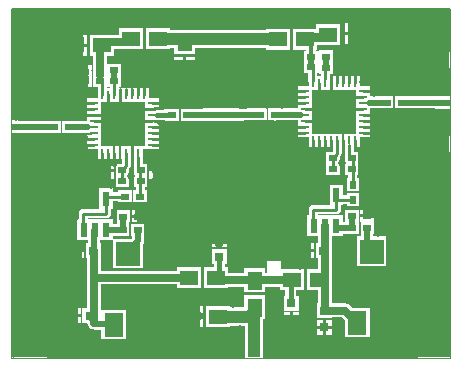
<source format=gtl>
%FSLAX23Y23*%
%MOIN*%
G70*
G01*
G75*
G04 Layer_Physical_Order=1*
G04 Layer_Color=255*
%ADD10R,0.060X0.050*%
%ADD11R,0.050X0.060*%
%ADD12R,0.030X0.030*%
%ADD13R,0.030X0.030*%
%ADD14R,0.025X0.020*%
%ADD15R,0.020X0.025*%
%ADD16R,0.079X0.079*%
%ADD17R,0.063X0.079*%
%ADD18R,0.024X0.048*%
%ADD19R,0.010X0.026*%
%ADD20R,0.026X0.010*%
%ADD21C,0.010*%
%ADD22C,0.012*%
%ADD23C,0.030*%
%ADD24C,0.025*%
%ADD25C,0.015*%
%ADD26C,0.020*%
%ADD27C,0.040*%
%ADD28C,0.008*%
%ADD29R,0.027X0.019*%
%ADD30R,0.074X0.095*%
%ADD31R,0.038X0.045*%
%ADD32R,0.146X0.145*%
%ADD33R,0.024X0.017*%
%ADD34R,0.024X0.022*%
%ADD35R,0.024X0.023*%
%ADD36R,0.024X0.029*%
%ADD37R,0.024X0.027*%
%ADD38R,0.024X0.025*%
%ADD39R,0.046X0.020*%
%ADD40R,0.020X0.020*%
%ADD41R,0.040X0.038*%
%ADD42R,0.165X0.162*%
%ADD43R,0.164X0.175*%
%ADD44R,0.167X0.180*%
%ADD45R,0.163X0.174*%
%ADD46R,0.168X0.178*%
%ADD47R,0.164X0.172*%
%ADD48R,0.165X0.179*%
%ADD49R,0.165X0.164*%
%ADD50R,0.097X0.115*%
%ADD51R,0.092X0.119*%
%ADD52R,0.080X0.082*%
%ADD53R,0.062X0.048*%
%ADD54R,0.049X0.053*%
%ADD55R,0.050X0.047*%
%ADD56R,0.080X0.079*%
%ADD57R,0.048X0.081*%
%ADD58R,0.042X0.082*%
%ADD59R,0.076X0.079*%
%ADD60R,0.050X0.078*%
%ADD61R,0.050X0.082*%
%ADD62R,0.048X0.083*%
%ADD63R,0.050X0.081*%
%ADD64R,0.058X0.074*%
%ADD65R,0.050X0.064*%
%ADD66R,0.059X0.041*%
%ADD67R,0.047X0.058*%
%ADD68R,0.046X0.056*%
%ADD69R,0.050X0.073*%
%ADD70R,0.038X0.035*%
%ADD71R,0.045X0.086*%
%ADD72R,0.036X0.084*%
%ADD73R,0.154X0.057*%
%ADD74R,0.304X0.253*%
%ADD75R,0.097X0.281*%
%ADD76R,0.277X0.129*%
%ADD77R,0.279X0.133*%
%ADD78C,0.002*%
%ADD79C,0.142*%
%ADD80C,0.010*%
%ADD81C,0.025*%
G36*
X1648Y-222D02*
X1641Y-204D01*
X1628Y-187D01*
X1611Y-174D01*
X1591Y-166D01*
X1575Y-164D01*
Y-245D01*
Y-326D01*
X1591Y-324D01*
X1611Y-316D01*
X1628Y-303D01*
X1641Y-286D01*
X1648Y-268D01*
Y-365D01*
X1646Y-364D01*
X1602D01*
X1601Y-365D01*
X1502D01*
X1500Y-365D01*
X1465D01*
Y-405D01*
X1500D01*
X1502Y-405D01*
X1601D01*
X1602Y-406D01*
X1646D01*
X1648Y-405D01*
Y-502D01*
X1641Y-484D01*
X1628Y-467D01*
X1611Y-454D01*
X1591Y-446D01*
X1575Y-444D01*
Y-525D01*
Y-606D01*
X1591Y-604D01*
X1611Y-596D01*
X1628Y-583D01*
X1641Y-566D01*
X1648Y-548D01*
Y-865D01*
X1641Y-847D01*
X1628Y-830D01*
X1611Y-817D01*
X1591Y-809D01*
X1575Y-807D01*
Y-888D01*
Y-969D01*
X1591Y-967D01*
X1611Y-959D01*
X1628Y-946D01*
X1641Y-929D01*
X1648Y-911D01*
Y-1135D01*
X1641Y-1117D01*
X1628Y-1100D01*
X1611Y-1087D01*
X1591Y-1079D01*
X1575Y-1077D01*
Y-1158D01*
X1570D01*
Y-1163D01*
X1489D01*
X1491Y-1179D01*
X1499Y-1199D01*
X1512Y-1216D01*
X1529Y-1229D01*
X1547Y-1236D01*
X1026D01*
X1027Y-1234D01*
Y-1196D01*
X1027Y-1195D01*
Y-1108D01*
X1033D01*
Y-1028D01*
X963D01*
Y-1067D01*
X916D01*
Y-1063D01*
X836D01*
Y-1133D01*
X916D01*
Y-1129D01*
X965D01*
Y-1195D01*
X965Y-1196D01*
Y-1234D01*
X966Y-1236D01*
X300D01*
X308Y-1233D01*
X325Y-1220D01*
X338Y-1203D01*
X346Y-1183D01*
X348Y-1167D01*
X267D01*
Y-1162D01*
X262D01*
Y-1081D01*
X246Y-1083D01*
X226Y-1091D01*
X209Y-1104D01*
X196Y-1121D01*
X190Y-1136D01*
Y-910D01*
X196Y-925D01*
X209Y-942D01*
X226Y-955D01*
X246Y-963D01*
X262Y-965D01*
Y-884D01*
Y-803D01*
X246Y-805D01*
X226Y-813D01*
X209Y-826D01*
X196Y-843D01*
X190Y-858D01*
Y-632D01*
X196Y-647D01*
X209Y-664D01*
X226Y-677D01*
X246Y-685D01*
X262Y-687D01*
Y-606D01*
Y-525D01*
X246Y-527D01*
X226Y-535D01*
X209Y-548D01*
X196Y-565D01*
X190Y-580D01*
Y-486D01*
X191Y-487D01*
X208D01*
X209Y-486D01*
X320D01*
X322Y-486D01*
X352D01*
Y-446D01*
X322D01*
X320Y-446D01*
X209D01*
X208Y-445D01*
X191D01*
X190Y-446D01*
Y-352D01*
X196Y-367D01*
X209Y-384D01*
X226Y-397D01*
X246Y-405D01*
X262Y-407D01*
Y-326D01*
Y-245D01*
X246Y-247D01*
X226Y-255D01*
X209Y-268D01*
X196Y-285D01*
X190Y-300D01*
Y-72D01*
X1648D01*
Y-222D01*
D02*
G37*
%LPC*%
G36*
X875Y-818D02*
X855D01*
Y-838D01*
X875D01*
Y-818D01*
D02*
G37*
G36*
X905Y-848D02*
X885D01*
Y-868D01*
X905D01*
Y-848D01*
D02*
G37*
G36*
X1083Y-650D02*
X1041D01*
X1033Y-653D01*
X1030Y-661D01*
Y-714D01*
X770D01*
X762Y-717D01*
X759Y-725D01*
Y-764D01*
X762Y-772D01*
X770Y-775D01*
X1025D01*
Y-815D01*
X1095D01*
Y-735D01*
X1094D01*
Y-661D01*
X1091Y-653D01*
X1083Y-650D01*
D02*
G37*
G36*
X905Y-818D02*
X885D01*
Y-838D01*
X905D01*
Y-818D01*
D02*
G37*
G36*
X401Y-853D02*
X381D01*
Y-873D01*
X401D01*
Y-853D01*
D02*
G37*
G36*
X1197Y-854D02*
X1177D01*
Y-874D01*
X1197D01*
Y-854D01*
D02*
G37*
G36*
X875Y-848D02*
X855D01*
Y-868D01*
X875D01*
Y-848D01*
D02*
G37*
G36*
X431Y-853D02*
X411D01*
Y-873D01*
X431D01*
Y-853D01*
D02*
G37*
G36*
X1205Y-550D02*
X1188D01*
Y-565D01*
X1205D01*
Y-550D01*
D02*
G37*
G36*
X1232D02*
X1215D01*
Y-565D01*
X1232D01*
Y-550D01*
D02*
G37*
G36*
X1395Y-574D02*
X1349D01*
Y-589D01*
Y-601D01*
X1395D01*
Y-589D01*
Y-574D01*
D02*
G37*
G36*
X933Y-236D02*
X853D01*
Y-306D01*
X856D01*
Y-310D01*
X851D01*
Y-350D01*
X860D01*
Y-356D01*
X840D01*
Y-390D01*
X829D01*
X828Y-390D01*
X806D01*
Y-406D01*
X774D01*
X772Y-406D01*
X752D01*
Y-446D01*
X772D01*
X774Y-446D01*
X806D01*
Y-460D01*
Y-460D01*
X772Y-494D01*
X769Y-499D01*
X768Y-505D01*
Y-549D01*
X763D01*
Y-595D01*
X878D01*
Y-595D01*
X998D01*
Y-550D01*
X993D01*
Y-502D01*
X992Y-496D01*
X989Y-491D01*
X964Y-466D01*
Y-460D01*
Y-445D01*
X1016D01*
X1018Y-445D01*
X1039D01*
Y-405D01*
X1018D01*
X1016Y-405D01*
X964D01*
Y-390D01*
X930D01*
Y-356D01*
X890D01*
Y-351D01*
X904D01*
X906Y-350D01*
X936D01*
Y-310D01*
X906D01*
X904Y-309D01*
X892D01*
Y-306D01*
X933D01*
Y-236D01*
D02*
G37*
G36*
X1565Y-444D02*
X1549Y-446D01*
X1529Y-454D01*
X1512Y-467D01*
X1499Y-484D01*
X1491Y-504D01*
X1489Y-520D01*
X1565D01*
Y-444D01*
D02*
G37*
G36*
X1232Y-575D02*
X1188D01*
Y-590D01*
Y-601D01*
X1232D01*
Y-590D01*
Y-575D01*
D02*
G37*
G36*
X1367Y-549D02*
X1349D01*
Y-564D01*
X1367D01*
Y-549D01*
D02*
G37*
G36*
X1395D02*
X1377D01*
Y-564D01*
X1395D01*
Y-549D01*
D02*
G37*
G36*
X348Y-889D02*
X272D01*
Y-965D01*
X288Y-963D01*
X308Y-955D01*
X325Y-942D01*
X338Y-925D01*
X346Y-905D01*
X348Y-889D01*
D02*
G37*
G36*
X1565Y-893D02*
X1489D01*
X1491Y-909D01*
X1499Y-929D01*
X1512Y-946D01*
X1529Y-959D01*
X1549Y-967D01*
X1565Y-969D01*
Y-893D01*
D02*
G37*
G36*
X609Y-790D02*
X607Y-790D01*
X586D01*
Y-830D01*
X589D01*
Y-837D01*
X586Y-839D01*
X526D01*
Y-938D01*
X625D01*
Y-857D01*
X628Y-853D01*
X629Y-845D01*
Y-830D01*
X631D01*
Y-790D01*
X611D01*
X609Y-790D01*
D02*
G37*
G36*
X1095Y-825D02*
X1025D01*
Y-905D01*
X1039D01*
Y-953D01*
X1033D01*
Y-938D01*
X963D01*
Y-953D01*
X911D01*
Y-934D01*
X898D01*
Y-923D01*
X905D01*
Y-873D01*
X855D01*
Y-923D01*
X862D01*
Y-934D01*
X831D01*
Y-1004D01*
X911D01*
Y-999D01*
X963D01*
Y-1018D01*
X1033D01*
Y-999D01*
X1053D01*
X1053Y-999D01*
X1062Y-1001D01*
X1071Y-999D01*
X1071Y-999D01*
X1084D01*
Y-1011D01*
X1101D01*
Y-1029D01*
X1095D01*
Y-1079D01*
X1145D01*
Y-1029D01*
X1137D01*
Y-1011D01*
X1164D01*
Y-941D01*
X1085D01*
Y-905D01*
X1095D01*
Y-825D01*
D02*
G37*
G36*
X826Y-1063D02*
X791D01*
Y-1093D01*
X826D01*
Y-1063D01*
D02*
G37*
G36*
X781D02*
X746D01*
Y-1093D01*
X781D01*
Y-1063D01*
D02*
G37*
G36*
X419Y-1071D02*
X399D01*
Y-1091D01*
X419D01*
Y-1071D01*
D02*
G37*
G36*
X389D02*
X369D01*
Y-1091D01*
X389D01*
Y-1071D01*
D02*
G37*
G36*
X1565Y-807D02*
X1549Y-809D01*
X1529Y-817D01*
X1512Y-830D01*
X1499Y-847D01*
X1491Y-867D01*
X1489Y-883D01*
X1565D01*
Y-807D01*
D02*
G37*
G36*
X431Y-883D02*
X411D01*
Y-903D01*
X431D01*
Y-883D01*
D02*
G37*
G36*
X1167Y-854D02*
X1147D01*
Y-874D01*
X1167D01*
Y-854D01*
D02*
G37*
G36*
X272Y-803D02*
Y-879D01*
X348D01*
X346Y-863D01*
X338Y-843D01*
X325Y-826D01*
X308Y-813D01*
X288Y-805D01*
X272Y-803D01*
D02*
G37*
G36*
X1167Y-884D02*
X1147D01*
Y-904D01*
X1167D01*
Y-884D01*
D02*
G37*
G36*
X1395Y-768D02*
X1350D01*
Y-783D01*
X1352D01*
Y-823D01*
X1354D01*
Y-832D01*
X1338D01*
Y-931D01*
X1437D01*
Y-832D01*
X1394D01*
Y-823D01*
X1396D01*
Y-783D01*
X1395D01*
Y-768D01*
D02*
G37*
G36*
X401Y-883D02*
X381D01*
Y-903D01*
X401D01*
Y-883D01*
D02*
G37*
G36*
X1197Y-884D02*
X1177D01*
Y-904D01*
X1197D01*
Y-884D01*
D02*
G37*
G36*
X272Y-525D02*
Y-601D01*
X348D01*
X346Y-585D01*
X338Y-565D01*
X325Y-548D01*
X308Y-535D01*
X288Y-527D01*
X272Y-525D01*
D02*
G37*
G36*
X423Y-672D02*
X406D01*
Y-701D01*
X423D01*
Y-672D01*
D02*
G37*
G36*
X450D02*
X433D01*
Y-701D01*
X450D01*
Y-672D01*
D02*
G37*
G36*
X1190Y-698D02*
X1173D01*
Y-727D01*
X1190D01*
Y-698D01*
D02*
G37*
G36*
X1292Y-659D02*
X1248D01*
Y-727D01*
X1217D01*
Y-698D01*
X1200D01*
Y-727D01*
X1194D01*
X1192Y-727D01*
X1192D01*
X1188Y-728D01*
X1183Y-731D01*
X1180Y-736D01*
X1179Y-742D01*
Y-762D01*
X1172D01*
Y-830D01*
X1209D01*
Y-854D01*
X1202D01*
Y-904D01*
X1209D01*
Y-910D01*
Y-922D01*
Y-941D01*
X1174D01*
Y-1011D01*
X1209D01*
Y-1054D01*
X1206D01*
Y-1104D01*
X1256D01*
Y-1101D01*
X1291D01*
X1299Y-1109D01*
Y-1167D01*
X1382D01*
Y-1069D01*
X1324D01*
X1317Y-1062D01*
X1309Y-1057D01*
X1301Y-1055D01*
X1256D01*
Y-1054D01*
X1255D01*
Y-910D01*
Y-830D01*
X1292D01*
Y-823D01*
X1324D01*
X1326Y-823D01*
X1347D01*
Y-783D01*
X1345D01*
Y-743D01*
X1325D01*
X1323Y-743D01*
X1321Y-743D01*
X1301D01*
Y-783D01*
X1292D01*
Y-762D01*
X1210D01*
Y-762D01*
X1209D01*
Y-757D01*
X1271D01*
X1277Y-756D01*
X1282Y-753D01*
X1285Y-748D01*
X1286Y-742D01*
Y-727D01*
X1292D01*
Y-724D01*
X1306D01*
Y-732D01*
X1346D01*
Y-687D01*
X1306D01*
Y-694D01*
X1292D01*
Y-659D01*
D02*
G37*
G36*
X348Y-611D02*
X272D01*
Y-687D01*
X288Y-685D01*
X308Y-677D01*
X325Y-664D01*
X338Y-647D01*
X346Y-627D01*
X348Y-611D01*
D02*
G37*
G36*
X880Y-600D02*
X763D01*
Y-620D01*
X763Y-622D01*
Y-667D01*
X764Y-675D01*
X769Y-681D01*
X775Y-686D01*
X783Y-687D01*
X791Y-686D01*
X797Y-681D01*
X802Y-675D01*
X802Y-674D01*
X802Y-676D01*
X807Y-682D01*
X813Y-687D01*
X821Y-688D01*
X829Y-687D01*
X835Y-682D01*
X840Y-676D01*
X840Y-672D01*
X841Y-676D01*
X846Y-682D01*
X852Y-687D01*
X860Y-688D01*
X868Y-687D01*
X874Y-682D01*
X879Y-676D01*
X879Y-674D01*
X879Y-675D01*
X884Y-681D01*
X890Y-686D01*
X898Y-687D01*
X906Y-686D01*
X912Y-681D01*
X917Y-675D01*
X918Y-669D01*
X919Y-675D01*
X924Y-681D01*
X930Y-686D01*
X938Y-687D01*
X946Y-686D01*
X952Y-681D01*
X957Y-675D01*
X958Y-668D01*
X959Y-673D01*
X964Y-679D01*
X970Y-684D01*
X978Y-685D01*
X986Y-684D01*
X992Y-679D01*
X997Y-673D01*
X998Y-665D01*
Y-623D01*
X998Y-621D01*
Y-600D01*
X880D01*
Y-600D01*
D02*
G37*
G36*
X1190Y-659D02*
X1173D01*
Y-688D01*
X1190D01*
Y-659D01*
D02*
G37*
G36*
X1217D02*
X1200D01*
Y-688D01*
X1217D01*
Y-659D01*
D02*
G37*
G36*
X606Y-745D02*
X589D01*
Y-760D01*
X606D01*
Y-745D01*
D02*
G37*
G36*
X633D02*
X616D01*
Y-760D01*
X633D01*
Y-745D01*
D02*
G37*
G36*
X606Y-770D02*
X589D01*
Y-785D01*
X606D01*
Y-770D01*
D02*
G37*
G36*
X633D02*
X616D01*
Y-785D01*
X633D01*
Y-770D01*
D02*
G37*
G36*
X423Y-711D02*
X406D01*
Y-740D01*
X423D01*
Y-711D01*
D02*
G37*
G36*
X525Y-672D02*
X481D01*
Y-740D01*
X450D01*
Y-711D01*
X433D01*
Y-740D01*
X427D01*
X425Y-740D01*
X425D01*
X421Y-741D01*
X416Y-744D01*
X413Y-749D01*
X412Y-755D01*
Y-775D01*
X405D01*
Y-843D01*
X444D01*
Y-853D01*
X436D01*
Y-903D01*
X440D01*
Y-969D01*
Y-976D01*
Y-1071D01*
X424D01*
Y-1121D01*
X440D01*
X442Y-1128D01*
X447Y-1135D01*
X454Y-1140D01*
X461Y-1141D01*
X461Y-1142D01*
X469Y-1143D01*
X487D01*
Y-1174D01*
X570D01*
Y-1076D01*
X487D01*
Y-1103D01*
X486D01*
Y-992D01*
X741D01*
Y-1004D01*
X821D01*
Y-934D01*
X741D01*
Y-946D01*
X486D01*
Y-903D01*
X486D01*
Y-853D01*
X484D01*
Y-843D01*
X525D01*
Y-830D01*
X535D01*
Y-830D01*
X581D01*
Y-790D01*
X579D01*
Y-785D01*
X584D01*
Y-745D01*
X539D01*
Y-770D01*
X538Y-771D01*
Y-789D01*
X525D01*
Y-775D01*
X487D01*
Y-775D01*
X443D01*
Y-775D01*
X442D01*
Y-770D01*
X504D01*
X510Y-769D01*
X515Y-766D01*
X518Y-761D01*
X519Y-755D01*
Y-740D01*
X525D01*
Y-713D01*
X544D01*
Y-718D01*
X589D01*
Y-678D01*
X544D01*
Y-683D01*
X525D01*
Y-672D01*
D02*
G37*
G36*
X1368Y-743D02*
X1350D01*
Y-758D01*
X1368D01*
Y-743D01*
D02*
G37*
G36*
X1395D02*
X1378D01*
Y-758D01*
X1395D01*
Y-743D01*
D02*
G37*
G36*
X1395Y-611D02*
X1377D01*
Y-626D01*
X1395D01*
Y-611D01*
D02*
G37*
G36*
X1565Y-530D02*
X1489D01*
X1491Y-546D01*
X1499Y-566D01*
X1512Y-583D01*
X1529Y-596D01*
X1549Y-604D01*
X1565Y-606D01*
Y-530D01*
D02*
G37*
G36*
X1232Y-611D02*
X1215D01*
Y-626D01*
X1232D01*
Y-611D01*
D02*
G37*
G36*
X1367D02*
X1349D01*
Y-626D01*
X1367D01*
Y-611D01*
D02*
G37*
G36*
X664Y-590D02*
X646D01*
Y-605D01*
X664D01*
Y-590D01*
D02*
G37*
G36*
X692D02*
X674D01*
Y-605D01*
X692D01*
Y-590D01*
D02*
G37*
G36*
X502Y-591D02*
X484D01*
Y-606D01*
X502D01*
Y-591D01*
D02*
G37*
G36*
X530D02*
X512D01*
Y-606D01*
X530D01*
Y-591D01*
D02*
G37*
G36*
Y-652D02*
X512D01*
Y-667D01*
X530D01*
Y-652D01*
D02*
G37*
G36*
X664D02*
X646D01*
Y-667D01*
X664D01*
Y-652D01*
D02*
G37*
G36*
X1284Y-123D02*
X1204D01*
Y-139D01*
X1125D01*
Y-209D01*
X1170D01*
Y-213D01*
X1163D01*
Y-230D01*
X1163Y-231D01*
Y-260D01*
X1163Y-261D01*
Y-287D01*
X1177D01*
Y-314D01*
X1178Y-320D01*
X1178Y-320D01*
Y-330D01*
X1144D01*
Y-360D01*
Y-380D01*
Y-400D01*
Y-405D01*
X1069D01*
X1067Y-405D01*
X1044D01*
Y-445D01*
X1062D01*
X1066Y-446D01*
X1069Y-445D01*
X1069Y-445D01*
X1144D01*
Y-460D01*
Y-480D01*
Y-500D01*
X1178D01*
Y-534D01*
X1258D01*
Y-549D01*
X1256Y-550D01*
X1237D01*
Y-590D01*
Y-626D01*
X1283D01*
Y-590D01*
Y-567D01*
X1284Y-566D01*
X1287Y-561D01*
X1288Y-555D01*
Y-534D01*
X1298D01*
Y-562D01*
X1299Y-568D01*
X1299Y-569D01*
Y-589D01*
Y-626D01*
X1311D01*
Y-637D01*
X1306D01*
Y-682D01*
X1346D01*
Y-637D01*
X1341D01*
Y-626D01*
X1344D01*
Y-589D01*
Y-549D01*
X1328D01*
Y-534D01*
X1348D01*
Y-514D01*
X1348Y-513D01*
Y-500D01*
X1359D01*
X1360Y-500D01*
X1382D01*
Y-480D01*
Y-460D01*
Y-440D01*
Y-420D01*
Y-405D01*
X1427D01*
X1429Y-405D01*
X1461D01*
Y-365D01*
X1429D01*
X1427Y-365D01*
X1382D01*
Y-360D01*
Y-330D01*
X1348D01*
Y-297D01*
X1248D01*
Y-289D01*
X1258D01*
Y-261D01*
X1259Y-260D01*
Y-237D01*
X1258Y-236D01*
Y-212D01*
X1214D01*
Y-236D01*
X1213Y-237D01*
Y-260D01*
X1214Y-261D01*
Y-289D01*
X1218D01*
Y-297D01*
X1207D01*
Y-287D01*
X1209D01*
Y-261D01*
X1209Y-260D01*
Y-231D01*
X1209Y-230D01*
Y-213D01*
X1202D01*
Y-209D01*
X1205D01*
Y-193D01*
X1284D01*
Y-123D01*
D02*
G37*
G36*
X502Y-652D02*
X484D01*
Y-667D01*
X502D01*
Y-652D01*
D02*
G37*
G36*
X692Y-615D02*
X646D01*
Y-630D01*
Y-642D01*
X692D01*
Y-630D01*
Y-615D01*
D02*
G37*
G36*
X1205Y-611D02*
X1188D01*
Y-626D01*
X1205D01*
Y-611D01*
D02*
G37*
G36*
X692Y-652D02*
X674D01*
Y-667D01*
X692D01*
Y-652D01*
D02*
G37*
G36*
X530Y-616D02*
X484D01*
Y-631D01*
Y-642D01*
X530D01*
Y-631D01*
Y-616D01*
D02*
G37*
G36*
X1145Y-1084D02*
X1125D01*
Y-1104D01*
X1145D01*
Y-1084D01*
D02*
G37*
G36*
X1131Y-272D02*
X1113D01*
Y-287D01*
X1131D01*
Y-272D01*
D02*
G37*
G36*
X1158D02*
X1141D01*
Y-287D01*
X1158D01*
Y-272D01*
D02*
G37*
G36*
X1281Y-274D02*
X1263D01*
Y-289D01*
X1281D01*
Y-274D01*
D02*
G37*
G36*
X1309D02*
X1291D01*
Y-289D01*
X1309D01*
Y-274D01*
D02*
G37*
G36*
X604Y-256D02*
X586D01*
Y-271D01*
X604D01*
Y-256D01*
D02*
G37*
G36*
X761Y-233D02*
X731D01*
Y-268D01*
X761D01*
Y-233D01*
D02*
G37*
G36*
X456Y-262D02*
X438D01*
Y-274D01*
X428D01*
Y-262D01*
X410D01*
Y-277D01*
X414D01*
X413Y-277D01*
X410Y-284D01*
Y-284D01*
X410Y-285D01*
Y-312D01*
X410Y-313D01*
Y-313D01*
X413Y-318D01*
X410D01*
Y-333D01*
X428D01*
Y-323D01*
X438D01*
Y-333D01*
X456D01*
Y-318D01*
X453D01*
X456Y-313D01*
Y-313D01*
X456Y-312D01*
Y-285D01*
X456Y-284D01*
Y-284D01*
X453Y-277D01*
X452Y-277D01*
X456D01*
Y-262D01*
D02*
G37*
G36*
X576Y-256D02*
X558D01*
Y-271D01*
X576D01*
Y-256D01*
D02*
G37*
G36*
X985Y-310D02*
X968D01*
Y-325D01*
X985D01*
Y-310D01*
D02*
G37*
G36*
X272Y-245D02*
Y-321D01*
X348D01*
X346Y-305D01*
X338Y-285D01*
X325Y-268D01*
X308Y-255D01*
X288Y-247D01*
X272Y-245D01*
D02*
G37*
G36*
X846Y-310D02*
X829D01*
Y-325D01*
X846D01*
Y-310D01*
D02*
G37*
G36*
X958D02*
X941D01*
Y-325D01*
X958D01*
Y-310D01*
D02*
G37*
G36*
X1098Y-290D02*
X1081D01*
Y-305D01*
X1098D01*
Y-290D01*
D02*
G37*
G36*
X1125D02*
X1108D01*
Y-305D01*
X1125D01*
Y-290D01*
D02*
G37*
G36*
X761Y-278D02*
X731D01*
Y-313D01*
X761D01*
Y-278D01*
D02*
G37*
G36*
X801D02*
X771D01*
Y-313D01*
X801D01*
Y-278D01*
D02*
G37*
G36*
X439Y-159D02*
X404D01*
Y-189D01*
X439D01*
Y-159D01*
D02*
G37*
G36*
X1333D02*
X1298D01*
Y-189D01*
X1333D01*
Y-159D01*
D02*
G37*
G36*
X716Y-138D02*
X636D01*
Y-208D01*
X716D01*
Y-205D01*
X731D01*
Y-223D01*
X801D01*
Y-205D01*
X1035D01*
Y-209D01*
X1115D01*
Y-139D01*
X1035D01*
Y-143D01*
X801D01*
Y-143D01*
X731D01*
Y-143D01*
X716D01*
Y-138D01*
D02*
G37*
G36*
X394Y-159D02*
X359D01*
Y-189D01*
X394D01*
Y-159D01*
D02*
G37*
G36*
X1333Y-119D02*
X1298D01*
Y-149D01*
X1333D01*
Y-119D01*
D02*
G37*
G36*
X1378D02*
X1343D01*
Y-149D01*
X1378D01*
Y-119D01*
D02*
G37*
G36*
Y-159D02*
X1343D01*
Y-189D01*
X1378D01*
Y-159D01*
D02*
G37*
G36*
X626Y-138D02*
X546D01*
Y-160D01*
X529D01*
Y-159D01*
X449D01*
Y-229D01*
X461D01*
Y-262D01*
X461D01*
Y-281D01*
X460Y-282D01*
Y-284D01*
X459Y-290D01*
X460Y-296D01*
Y-311D01*
X461Y-312D01*
Y-333D01*
X475D01*
Y-361D01*
X475Y-362D01*
Y-371D01*
X441D01*
Y-401D01*
Y-421D01*
Y-441D01*
Y-446D01*
X395D01*
X393Y-446D01*
X357D01*
Y-486D01*
X393D01*
X395Y-486D01*
X441D01*
Y-501D01*
Y-521D01*
Y-541D01*
X475D01*
Y-575D01*
X555D01*
Y-590D01*
X553Y-591D01*
X535D01*
Y-631D01*
Y-667D01*
X580D01*
Y-631D01*
Y-608D01*
X581Y-607D01*
X584Y-602D01*
X585Y-596D01*
Y-575D01*
X595D01*
Y-603D01*
X596Y-609D01*
X596Y-610D01*
Y-630D01*
Y-667D01*
X602D01*
Y-678D01*
X594D01*
Y-718D01*
X638D01*
Y-678D01*
X632D01*
Y-667D01*
X641D01*
Y-630D01*
Y-590D01*
X625D01*
Y-566D01*
X625Y-565D01*
Y-540D01*
X633D01*
Y-541D01*
X679D01*
Y-521D01*
Y-501D01*
Y-481D01*
Y-461D01*
Y-444D01*
X701D01*
Y-446D01*
X747D01*
Y-406D01*
X701D01*
Y-408D01*
X679D01*
Y-401D01*
Y-371D01*
X645D01*
Y-338D01*
X545D01*
Y-333D01*
X553D01*
Y-311D01*
X554Y-310D01*
Y-286D01*
X553Y-285D01*
Y-256D01*
X508D01*
Y-268D01*
X508Y-272D01*
X508Y-276D01*
Y-285D01*
X508Y-286D01*
Y-310D01*
X508Y-311D01*
Y-333D01*
X515D01*
Y-338D01*
X505D01*
Y-333D01*
X506D01*
Y-312D01*
X506Y-311D01*
Y-299D01*
X507Y-293D01*
Y-229D01*
X529D01*
Y-206D01*
X546D01*
Y-208D01*
X626D01*
Y-138D01*
D02*
G37*
G36*
X1565Y-164D02*
X1549Y-166D01*
X1529Y-174D01*
X1512Y-187D01*
X1499Y-204D01*
X1491Y-224D01*
X1489Y-240D01*
X1565D01*
Y-164D01*
D02*
G37*
G36*
X394Y-199D02*
X359D01*
Y-229D01*
X394D01*
Y-199D01*
D02*
G37*
G36*
X801Y-233D02*
X771D01*
Y-268D01*
X801D01*
Y-233D01*
D02*
G37*
G36*
X1148Y-228D02*
X1124D01*
X1116Y-231D01*
X1114Y-238D01*
X1113D01*
Y-238D01*
X1113Y-239D01*
Y-256D01*
X1113Y-257D01*
Y-262D01*
X1116D01*
X1116Y-264D01*
X1124Y-267D01*
X1148D01*
X1156Y-264D01*
X1156Y-262D01*
X1158D01*
Y-257D01*
X1159Y-256D01*
Y-239D01*
X1158Y-238D01*
Y-238D01*
X1158D01*
X1156Y-231D01*
X1148Y-228D01*
D02*
G37*
G36*
X1158Y-213D02*
X1141D01*
Y-228D01*
X1158D01*
Y-213D01*
D02*
G37*
G36*
X1309Y-212D02*
X1291D01*
Y-225D01*
X1281D01*
Y-212D01*
X1263D01*
Y-227D01*
X1270D01*
X1266Y-228D01*
X1263Y-235D01*
Y-235D01*
X1263Y-236D01*
Y-258D01*
X1263Y-259D01*
Y-264D01*
X1266D01*
X1266Y-266D01*
X1274Y-269D01*
X1298D01*
X1306Y-266D01*
X1306Y-264D01*
X1309D01*
Y-259D01*
X1309Y-258D01*
Y-236D01*
X1309Y-235D01*
Y-235D01*
X1306Y-228D01*
X1302Y-227D01*
X1309D01*
Y-212D01*
D02*
G37*
G36*
X439Y-199D02*
X404D01*
Y-229D01*
X439D01*
Y-199D01*
D02*
G37*
G36*
X1131Y-213D02*
X1113D01*
Y-228D01*
X1131D01*
Y-213D01*
D02*
G37*
G36*
X819Y-310D02*
X802D01*
Y-325D01*
X819D01*
Y-310D01*
D02*
G37*
G36*
X348Y-331D02*
X272D01*
Y-407D01*
X288Y-405D01*
X308Y-397D01*
X325Y-384D01*
X338Y-367D01*
X346Y-347D01*
X348Y-331D01*
D02*
G37*
G36*
X781Y-1103D02*
X746D01*
Y-1133D01*
X781D01*
Y-1103D01*
D02*
G37*
G36*
X1226Y-1109D02*
X1206D01*
Y-1129D01*
X1226D01*
Y-1109D01*
D02*
G37*
G36*
X826Y-1103D02*
X791D01*
Y-1133D01*
X826D01*
Y-1103D01*
D02*
G37*
G36*
X1565Y-1077D02*
X1549Y-1079D01*
X1529Y-1087D01*
X1512Y-1100D01*
X1499Y-1117D01*
X1491Y-1137D01*
X1489Y-1153D01*
X1565D01*
Y-1077D01*
D02*
G37*
G36*
X272Y-1081D02*
Y-1157D01*
X348D01*
X346Y-1141D01*
X338Y-1121D01*
X325Y-1104D01*
X308Y-1091D01*
X288Y-1083D01*
X272Y-1081D01*
D02*
G37*
G36*
X1145Y-1114D02*
X1125D01*
Y-1134D01*
X1145D01*
Y-1114D01*
D02*
G37*
G36*
X1115D02*
X1095D01*
Y-1134D01*
X1115D01*
Y-1114D01*
D02*
G37*
G36*
X1430Y-1069D02*
X1394D01*
Y-1113D01*
X1430D01*
Y-1069D01*
D02*
G37*
G36*
X664Y-1076D02*
X628D01*
Y-1120D01*
X664D01*
Y-1076D01*
D02*
G37*
G36*
X1115Y-1084D02*
X1095D01*
Y-1104D01*
X1115D01*
Y-1084D01*
D02*
G37*
G36*
X1476Y-1069D02*
X1440D01*
Y-1113D01*
X1476D01*
Y-1069D01*
D02*
G37*
G36*
X389Y-1101D02*
X369D01*
Y-1121D01*
X389D01*
Y-1101D01*
D02*
G37*
G36*
X1256Y-1109D02*
X1236D01*
Y-1129D01*
X1256D01*
Y-1109D01*
D02*
G37*
G36*
X618Y-1076D02*
X582D01*
Y-1120D01*
X618D01*
Y-1076D01*
D02*
G37*
G36*
X419Y-1101D02*
X399D01*
Y-1121D01*
X419D01*
Y-1101D01*
D02*
G37*
G36*
X985Y-335D02*
X968D01*
Y-350D01*
X985D01*
Y-335D01*
D02*
G37*
G36*
X1023Y-236D02*
X943D01*
Y-306D01*
X1001D01*
Y-324D01*
X1004Y-332D01*
X1012Y-335D01*
X1043D01*
X1051Y-332D01*
X1051Y-330D01*
X1076D01*
Y-290D01*
X1054D01*
Y-260D01*
X1051Y-252D01*
X1043Y-249D01*
X1023D01*
Y-236D01*
D02*
G37*
G36*
X846Y-335D02*
X829D01*
Y-350D01*
X846D01*
Y-335D01*
D02*
G37*
G36*
X958D02*
X941D01*
Y-350D01*
X958D01*
Y-335D01*
D02*
G37*
G36*
X1125Y-315D02*
X1108D01*
Y-330D01*
X1125D01*
Y-315D01*
D02*
G37*
G36*
X1565Y-250D02*
X1489D01*
X1491Y-266D01*
X1499Y-286D01*
X1512Y-303D01*
X1529Y-316D01*
X1549Y-324D01*
X1565Y-326D01*
Y-250D01*
D02*
G37*
G36*
X593Y-275D02*
X569D01*
X561Y-278D01*
X560Y-281D01*
X558D01*
Y-285D01*
X558Y-286D01*
Y-311D01*
X558Y-312D01*
Y-312D01*
X561Y-318D01*
X558D01*
Y-333D01*
X576D01*
Y-322D01*
X586D01*
Y-333D01*
X604D01*
Y-318D01*
X601D01*
X604Y-312D01*
Y-312D01*
X604Y-311D01*
Y-286D01*
X604Y-285D01*
Y-281D01*
X602D01*
X601Y-278D01*
X593Y-275D01*
D02*
G37*
G36*
X1098Y-315D02*
X1081D01*
Y-330D01*
X1098D01*
Y-315D01*
D02*
G37*
G36*
X1476Y-1123D02*
X1440D01*
Y-1167D01*
X1476D01*
Y-1123D01*
D02*
G37*
G36*
X1430D02*
X1394D01*
Y-1167D01*
X1430D01*
Y-1123D01*
D02*
G37*
G36*
X1256Y-1139D02*
X1236D01*
Y-1159D01*
X1256D01*
Y-1139D01*
D02*
G37*
G36*
X1226D02*
X1206D01*
Y-1159D01*
X1226D01*
Y-1139D01*
D02*
G37*
G36*
X618Y-1130D02*
X582D01*
Y-1174D01*
X618D01*
Y-1130D01*
D02*
G37*
G36*
X819Y-335D02*
X802D01*
Y-350D01*
X819D01*
Y-335D01*
D02*
G37*
G36*
X664Y-1130D02*
X628D01*
Y-1174D01*
X664D01*
Y-1130D01*
D02*
G37*
%LPD*%
G36*
X1336Y-350D02*
X1329D01*
X1328Y-349D01*
X1322Y-348D01*
X1316Y-349D01*
X1315Y-350D01*
X1315Y-350D01*
X1311Y-352D01*
X1309Y-355D01*
Y-351D01*
X1308Y-351D01*
X1303Y-354D01*
X1300Y-359D01*
X1300Y-360D01*
X1307D01*
X1307Y-363D01*
Y-365D01*
X1308Y-370D01*
X1300D01*
X1300Y-371D01*
X1303Y-376D01*
X1308Y-379D01*
X1309Y-379D01*
Y-373D01*
X1311Y-376D01*
X1316Y-379D01*
X1318Y-379D01*
X1318Y-379D01*
X1322Y-380D01*
X1336D01*
Y-390D01*
X1328D01*
X1325Y-389D01*
X1325Y-388D01*
X1320Y-385D01*
X1319Y-385D01*
Y-389D01*
X1317Y-390D01*
X1312Y-393D01*
X1312Y-394D01*
X1309Y-398D01*
X1308Y-404D01*
X1300D01*
X1300Y-405D01*
X1303Y-410D01*
X1308Y-413D01*
X1309Y-413D01*
Y-411D01*
X1311Y-414D01*
X1311Y-414D01*
X1312Y-416D01*
X1315Y-418D01*
X1315Y-418D01*
X1317Y-419D01*
X1317Y-419D01*
X1319Y-419D01*
Y-428D01*
X1328D01*
X1328Y-427D01*
X1325Y-422D01*
X1322Y-420D01*
X1323Y-420D01*
X1336D01*
Y-440D01*
Y-460D01*
Y-469D01*
X1333Y-469D01*
X1329Y-470D01*
X1329Y-470D01*
X1327Y-470D01*
X1324Y-472D01*
X1319D01*
Y-478D01*
X1319Y-478D01*
X1318Y-481D01*
X1318Y-481D01*
X1318Y-484D01*
Y-485D01*
Y-488D01*
X1190D01*
Y-480D01*
Y-460D01*
Y-440D01*
Y-420D01*
X1195D01*
X1201Y-419D01*
X1206Y-416D01*
X1207Y-413D01*
X1207Y-413D01*
X1209Y-411D01*
X1210Y-405D01*
X1209Y-399D01*
X1209Y-399D01*
X1207Y-396D01*
Y-385D01*
X1206Y-385D01*
X1201Y-388D01*
X1200Y-391D01*
X1195Y-390D01*
X1190D01*
Y-380D01*
Y-360D01*
Y-343D01*
X1198D01*
Y-359D01*
X1198Y-359D01*
X1198Y-360D01*
X1198D01*
X1199Y-365D01*
X1202Y-370D01*
X1202Y-370D01*
X1198D01*
X1198Y-371D01*
X1201Y-376D01*
X1206Y-379D01*
X1207Y-379D01*
Y-373D01*
X1207Y-373D01*
X1213Y-374D01*
X1217Y-373D01*
Y-379D01*
X1218Y-379D01*
X1223Y-376D01*
X1226Y-371D01*
X1226Y-370D01*
X1224D01*
X1224Y-370D01*
X1227Y-365D01*
X1227Y-365D01*
X1227Y-365D01*
X1228Y-359D01*
Y-343D01*
X1238D01*
Y-353D01*
X1235Y-354D01*
X1232Y-359D01*
X1232Y-360D01*
X1240D01*
X1242Y-364D01*
X1244Y-365D01*
X1246Y-366D01*
X1247Y-367D01*
X1253Y-368D01*
X1259Y-367D01*
X1261Y-366D01*
X1261Y-366D01*
X1264Y-364D01*
X1265Y-361D01*
X1265Y-361D01*
X1266Y-360D01*
X1275D01*
Y-351D01*
X1274Y-351D01*
X1269Y-354D01*
X1268Y-357D01*
X1268Y-353D01*
Y-343D01*
X1336D01*
Y-350D01*
D02*
G37*
%LPC*%
G36*
X1226Y-404D02*
X1217D01*
Y-413D01*
X1218Y-413D01*
X1223Y-410D01*
X1226Y-405D01*
X1226Y-404D01*
D02*
G37*
G36*
X1309Y-419D02*
X1308Y-419D01*
X1303Y-422D01*
X1300Y-427D01*
X1300Y-428D01*
X1309D01*
Y-419D01*
D02*
G37*
G36*
X1241Y-404D02*
X1232D01*
X1232Y-405D01*
X1235Y-410D01*
X1240Y-413D01*
X1241Y-413D01*
Y-404D01*
D02*
G37*
G36*
X1275D02*
X1266D01*
X1266Y-405D01*
X1269Y-410D01*
X1274Y-413D01*
X1275Y-413D01*
Y-404D01*
D02*
G37*
G36*
X1260D02*
X1251D01*
Y-413D01*
X1252Y-413D01*
X1257Y-410D01*
X1260Y-405D01*
X1260Y-404D01*
D02*
G37*
G36*
X1285Y-419D02*
Y-428D01*
X1294D01*
X1294Y-427D01*
X1291Y-422D01*
X1286Y-419D01*
X1285Y-419D01*
D02*
G37*
G36*
X1217D02*
Y-428D01*
X1226D01*
X1226Y-427D01*
X1223Y-422D01*
X1218Y-419D01*
X1217Y-419D01*
D02*
G37*
G36*
X1207D02*
X1206Y-419D01*
X1201Y-422D01*
X1198Y-427D01*
X1198Y-428D01*
X1207D01*
Y-419D01*
D02*
G37*
G36*
X1241D02*
X1240Y-419D01*
X1235Y-422D01*
X1232Y-427D01*
X1232Y-428D01*
X1241D01*
Y-419D01*
D02*
G37*
G36*
X1275D02*
X1274Y-419D01*
X1269Y-422D01*
X1266Y-427D01*
X1266Y-428D01*
X1275D01*
Y-419D01*
D02*
G37*
G36*
X1251D02*
Y-428D01*
X1260D01*
X1260Y-427D01*
X1257Y-422D01*
X1252Y-419D01*
X1251Y-419D01*
D02*
G37*
G36*
X1294Y-404D02*
X1285D01*
Y-413D01*
X1286Y-413D01*
X1291Y-410D01*
X1294Y-405D01*
X1294Y-404D01*
D02*
G37*
G36*
X1260Y-370D02*
X1251D01*
Y-379D01*
X1252Y-379D01*
X1257Y-376D01*
X1260Y-371D01*
X1260Y-370D01*
D02*
G37*
G36*
X1241D02*
X1232D01*
X1232Y-371D01*
X1235Y-376D01*
X1240Y-379D01*
X1241Y-379D01*
Y-370D01*
D02*
G37*
G36*
X1275D02*
X1266D01*
X1266Y-371D01*
X1269Y-376D01*
X1274Y-379D01*
X1275Y-379D01*
Y-370D01*
D02*
G37*
G36*
X1285Y-351D02*
Y-360D01*
X1294D01*
X1294Y-359D01*
X1291Y-354D01*
X1286Y-351D01*
X1285Y-351D01*
D02*
G37*
G36*
X1294Y-370D02*
X1285D01*
Y-379D01*
X1286Y-379D01*
X1291Y-376D01*
X1294Y-371D01*
X1294Y-370D01*
D02*
G37*
G36*
X1309Y-385D02*
X1308Y-385D01*
X1303Y-388D01*
X1300Y-393D01*
X1300Y-394D01*
X1309D01*
Y-385D01*
D02*
G37*
G36*
X1241D02*
X1240Y-385D01*
X1235Y-388D01*
X1232Y-393D01*
X1232Y-394D01*
X1241D01*
Y-385D01*
D02*
G37*
G36*
X1217D02*
Y-394D01*
X1226D01*
X1226Y-393D01*
X1223Y-388D01*
X1218Y-385D01*
X1217Y-385D01*
D02*
G37*
G36*
X1251D02*
Y-394D01*
X1260D01*
X1260Y-393D01*
X1257Y-388D01*
X1252Y-385D01*
X1251Y-385D01*
D02*
G37*
G36*
X1285D02*
Y-394D01*
X1294D01*
X1294Y-393D01*
X1291Y-388D01*
X1286Y-385D01*
X1285Y-385D01*
D02*
G37*
G36*
X1275D02*
X1274Y-385D01*
X1269Y-388D01*
X1266Y-393D01*
X1266Y-394D01*
X1275D01*
Y-385D01*
D02*
G37*
G36*
X1207Y-453D02*
X1206Y-453D01*
X1201Y-456D01*
X1198Y-461D01*
X1198Y-462D01*
X1207D01*
Y-453D01*
D02*
G37*
G36*
X1309Y-472D02*
X1300D01*
X1300Y-473D01*
X1303Y-478D01*
X1308Y-481D01*
X1309Y-481D01*
Y-472D01*
D02*
G37*
G36*
X1217Y-453D02*
Y-462D01*
X1226D01*
X1226Y-461D01*
X1223Y-456D01*
X1218Y-453D01*
X1217Y-453D01*
D02*
G37*
G36*
X1251D02*
Y-462D01*
X1260D01*
X1260Y-461D01*
X1257Y-456D01*
X1252Y-453D01*
X1251Y-453D01*
D02*
G37*
G36*
X1241D02*
X1240Y-453D01*
X1235Y-456D01*
X1232Y-461D01*
X1232Y-462D01*
X1241D01*
Y-453D01*
D02*
G37*
G36*
X1294Y-472D02*
X1285D01*
Y-481D01*
X1286Y-481D01*
X1291Y-478D01*
X1294Y-473D01*
X1294Y-472D01*
D02*
G37*
G36*
X1226D02*
X1217D01*
Y-481D01*
X1218Y-481D01*
X1223Y-478D01*
X1226Y-473D01*
X1226Y-472D01*
D02*
G37*
G36*
X1207D02*
X1198D01*
X1198Y-473D01*
X1201Y-478D01*
X1206Y-481D01*
X1207Y-481D01*
Y-472D01*
D02*
G37*
G36*
X1241D02*
X1232D01*
X1232Y-473D01*
X1235Y-478D01*
X1240Y-481D01*
X1241Y-481D01*
Y-472D01*
D02*
G37*
G36*
X1275D02*
X1266D01*
X1266Y-473D01*
X1269Y-478D01*
X1274Y-481D01*
X1275Y-481D01*
Y-472D01*
D02*
G37*
G36*
X1260D02*
X1251D01*
Y-481D01*
X1252Y-481D01*
X1257Y-478D01*
X1260Y-473D01*
X1260Y-472D01*
D02*
G37*
G36*
X1275Y-453D02*
X1274Y-453D01*
X1269Y-456D01*
X1266Y-461D01*
X1266Y-462D01*
X1275D01*
Y-453D01*
D02*
G37*
G36*
Y-438D02*
X1266D01*
X1266Y-439D01*
X1269Y-444D01*
X1274Y-447D01*
X1275Y-447D01*
Y-438D01*
D02*
G37*
G36*
X1260D02*
X1251D01*
Y-447D01*
X1252Y-447D01*
X1257Y-444D01*
X1260Y-439D01*
X1260Y-438D01*
D02*
G37*
G36*
X1294D02*
X1285D01*
Y-447D01*
X1286Y-447D01*
X1291Y-444D01*
X1294Y-439D01*
X1294Y-438D01*
D02*
G37*
G36*
X1328D02*
X1319D01*
Y-447D01*
X1320Y-447D01*
X1325Y-444D01*
X1328Y-439D01*
X1328Y-438D01*
D02*
G37*
G36*
X1309D02*
X1300D01*
X1300Y-439D01*
X1303Y-444D01*
X1308Y-447D01*
X1309Y-447D01*
Y-438D01*
D02*
G37*
G36*
X1241D02*
X1232D01*
X1232Y-439D01*
X1235Y-444D01*
X1240Y-447D01*
X1241Y-447D01*
Y-438D01*
D02*
G37*
G36*
X1309Y-453D02*
X1308Y-453D01*
X1303Y-456D01*
X1300Y-461D01*
X1300Y-462D01*
X1309D01*
Y-453D01*
D02*
G37*
G36*
X1285D02*
Y-462D01*
X1294D01*
X1294Y-461D01*
X1291Y-456D01*
X1286Y-453D01*
X1285Y-453D01*
D02*
G37*
G36*
X1319D02*
Y-462D01*
X1328D01*
X1328Y-461D01*
X1325Y-456D01*
X1320Y-453D01*
X1319Y-453D01*
D02*
G37*
G36*
X1226Y-438D02*
X1217D01*
Y-447D01*
X1218Y-447D01*
X1223Y-444D01*
X1226Y-439D01*
X1226Y-438D01*
D02*
G37*
G36*
X1207D02*
X1198D01*
X1198Y-439D01*
X1201Y-444D01*
X1206Y-447D01*
X1207Y-447D01*
Y-438D01*
D02*
G37*
%LPD*%
D10*
X1244Y-159D02*
D03*
X1338Y-155D02*
D03*
X871Y-970D02*
D03*
X781D02*
D03*
X1124Y-977D02*
D03*
X1214D02*
D03*
X876Y-1099D02*
D03*
X786D02*
D03*
X489Y-195D02*
D03*
X399D02*
D03*
X676Y-174D02*
D03*
X1165Y-175D02*
D03*
X1075D02*
D03*
X586Y-174D02*
D03*
D11*
X766Y-274D02*
D03*
Y-184D02*
D03*
X998Y-1069D02*
D03*
Y-979D02*
D03*
D12*
X1120Y-1110D02*
D03*
Y-1055D02*
D03*
X880Y-844D02*
D03*
Y-899D02*
D03*
X1231Y-1135D02*
D03*
Y-1080D02*
D03*
D13*
X1172Y-880D02*
D03*
X1227D02*
D03*
X394Y-1097D02*
D03*
X449D02*
D03*
X406Y-879D02*
D03*
X461D02*
D03*
D14*
X1323Y-764D02*
D03*
X1373D02*
D03*
X1374Y-804D02*
D03*
X1324Y-804D02*
D03*
X561Y-766D02*
D03*
X611D02*
D03*
X558Y-811D02*
D03*
X608D02*
D03*
X616Y-699D02*
D03*
X566D02*
D03*
X619Y-611D02*
D03*
X669D02*
D03*
X507Y-648D02*
D03*
X557D02*
D03*
X619D02*
D03*
X669D02*
D03*
X557Y-612D02*
D03*
X507D02*
D03*
X1260Y-571D02*
D03*
X1210D02*
D03*
X1322Y-607D02*
D03*
X1372D02*
D03*
X380Y-467D02*
D03*
X330D02*
D03*
X1286Y-233D02*
D03*
X1236D02*
D03*
Y-270D02*
D03*
X1286D02*
D03*
X1186Y-234D02*
D03*
X1136Y-234D02*
D03*
X531Y-314D02*
D03*
X581D02*
D03*
X531Y-277D02*
D03*
X581D02*
D03*
X483Y-283D02*
D03*
X433D02*
D03*
X483Y-314D02*
D03*
X433D02*
D03*
X1186Y-268D02*
D03*
X1136D02*
D03*
X1260Y-607D02*
D03*
X1210D02*
D03*
X724Y-426D02*
D03*
X774D02*
D03*
X1067D02*
D03*
X1017D02*
D03*
X1488Y-386D02*
D03*
X1438D02*
D03*
X1372Y-570D02*
D03*
X1322D02*
D03*
X959Y-396D02*
D03*
D15*
X1326Y-660D02*
D03*
X1326Y-710D02*
D03*
D16*
X1388Y-883D02*
D03*
X576Y-890D02*
D03*
D17*
X1435Y-1119D02*
D03*
X1341Y-1119D02*
D03*
X623Y-1126D02*
D03*
X529D02*
D03*
D18*
X1195Y-797D02*
D03*
X1232Y-797D02*
D03*
X1269D02*
D03*
X1270Y-694D02*
D03*
X1195Y-694D02*
D03*
X428Y-810D02*
D03*
X465Y-810D02*
D03*
X502Y-810D02*
D03*
X503Y-707D02*
D03*
X428D02*
D03*
D19*
X1193Y-512D02*
D03*
X1333D02*
D03*
X1313D02*
D03*
X1293D02*
D03*
X1273D02*
D03*
X1253D02*
D03*
X1233D02*
D03*
X1213D02*
D03*
Y-321D02*
D03*
X1233D02*
D03*
X1253D02*
D03*
X1273D02*
D03*
X1293D02*
D03*
X1313D02*
D03*
X1333D02*
D03*
X1193D02*
D03*
X490Y-553D02*
D03*
X610D02*
D03*
X590D02*
D03*
X570D02*
D03*
X550D02*
D03*
X530D02*
D03*
X510D02*
D03*
Y-362D02*
D03*
X530D02*
D03*
X550D02*
D03*
X570D02*
D03*
X590D02*
D03*
X610D02*
D03*
X630D02*
D03*
X490D02*
D03*
D20*
X1359Y-366D02*
D03*
Y-346D02*
D03*
Y-386D02*
D03*
Y-406D02*
D03*
Y-426D02*
D03*
Y-446D02*
D03*
Y-466D02*
D03*
Y-486D02*
D03*
X1167Y-346D02*
D03*
Y-366D02*
D03*
Y-386D02*
D03*
Y-406D02*
D03*
Y-426D02*
D03*
Y-446D02*
D03*
Y-466D02*
D03*
Y-486D02*
D03*
X656Y-407D02*
D03*
Y-387D02*
D03*
Y-427D02*
D03*
Y-447D02*
D03*
Y-467D02*
D03*
Y-487D02*
D03*
Y-507D02*
D03*
Y-527D02*
D03*
X464Y-387D02*
D03*
Y-407D02*
D03*
Y-427D02*
D03*
Y-447D02*
D03*
Y-467D02*
D03*
Y-487D02*
D03*
Y-507D02*
D03*
Y-527D02*
D03*
D21*
X674Y-447D02*
X687Y-460D01*
X664Y-447D02*
X674D01*
X464Y-427D02*
X491D01*
X789Y-454D02*
X805D01*
X193Y-1230D02*
Y-694D01*
X194D01*
X619Y-407D02*
X663D01*
X550Y-395D02*
Y-339D01*
X590Y-587D02*
Y-521D01*
X971Y-454D02*
X971Y-455D01*
X523Y-273D02*
X533Y-283D01*
X530Y-362D02*
Y-323D01*
X490Y-362D02*
Y-315D01*
X1326Y-660D02*
Y-572D01*
X617Y-699D02*
Y-614D01*
X1194Y-790D02*
Y-743D01*
X1271D01*
Y-693D01*
X1273Y-693D01*
X1269Y-710D02*
X1326D01*
X1269Y-695D02*
X1269Y-710D01*
X1327Y-661D02*
Y-661D01*
X620Y-694D02*
Y-694D01*
X502Y-723D02*
Y-708D01*
X500Y-699D02*
X557D01*
X504Y-706D02*
X506D01*
X504Y-756D02*
Y-706D01*
X427Y-756D02*
X504D01*
X427Y-803D02*
Y-756D01*
X610Y-604D02*
Y-567D01*
X570Y-597D02*
Y-553D01*
X556Y-611D02*
X570Y-597D01*
X556Y-646D02*
Y-611D01*
X1259Y-605D02*
Y-570D01*
X1273Y-556D01*
Y-512D01*
X1167Y-446D02*
X1199D01*
X1167Y-406D02*
X1195D01*
X1322Y-366D02*
X1359D01*
X1322D02*
Y-364D01*
X1323Y-406D02*
X1359D01*
X1323D02*
Y-405D01*
X1213Y-360D02*
Y-321D01*
X1253Y-354D02*
Y-321D01*
X510Y-401D02*
Y-362D01*
X620Y-447D02*
Y-446D01*
Y-447D02*
X656D01*
X619Y-407D02*
Y-405D01*
X464Y-447D02*
X492D01*
X510Y-362D02*
Y-358D01*
X1313Y-563D02*
Y-526D01*
X1193Y-315D02*
Y-272D01*
X1233Y-308D02*
Y-273D01*
X434Y-387D02*
X464D01*
X436Y-427D02*
X464D01*
X437Y-407D02*
X463D01*
X510Y-579D02*
Y-553D01*
X530Y-582D02*
Y-554D01*
X490Y-580D02*
Y-553D01*
X434Y-527D02*
X464D01*
X436Y-507D02*
X464D01*
X656Y-527D02*
X690D01*
X656Y-507D02*
X688D01*
X656Y-487D02*
X684D01*
X656Y-467D02*
X687D01*
X663Y-407D02*
X666Y-404D01*
X689D01*
X656Y-387D02*
X685D01*
X630Y-362D02*
Y-337D01*
X610Y-362D02*
Y-337D01*
X590Y-362D02*
Y-339D01*
X570Y-362D02*
Y-339D01*
X1359Y-446D02*
X1389D01*
X1359Y-426D02*
X1388D01*
X1359Y-466D02*
X1391D01*
X1359Y-486D02*
X1386D01*
X1333Y-542D02*
Y-512D01*
X1293Y-543D02*
Y-512D01*
X1253Y-540D02*
Y-512D01*
X1233Y-541D02*
Y-512D01*
X1213Y-543D02*
Y-512D01*
X1193Y-540D02*
Y-512D01*
X1140Y-486D02*
X1167D01*
X1135Y-466D02*
X1167D01*
X1273Y-321D02*
Y-295D01*
X1293Y-321D02*
Y-296D01*
X1313Y-321D02*
Y-295D01*
X1333Y-321D02*
Y-294D01*
X1359Y-346D02*
X1388D01*
X1132D02*
X1167D01*
X1135Y-366D02*
X1167D01*
X1137Y-386D02*
X1167D01*
X1253Y-321D02*
Y-296D01*
D22*
X1186Y-234D02*
Y-188D01*
D23*
X1165Y-167D02*
X1242D01*
D24*
X463Y-1120D02*
Y-970D01*
X781D01*
X971Y-1099D02*
X995Y-1075D01*
X876Y-1099D02*
X971D01*
X872Y-977D02*
X1124D01*
X1232Y-1077D02*
Y-911D01*
X1230Y-1079D02*
X1232Y-1077D01*
X1230Y-1079D02*
X1301D01*
X1341Y-1119D01*
X1232Y-923D02*
Y-797D01*
X463Y-977D02*
Y-879D01*
X515Y-184D02*
X554D01*
X484Y-294D02*
Y-214D01*
X514Y-184D01*
X482Y-291D02*
X483Y-292D01*
D25*
X443Y-1098D02*
X469Y-1124D01*
X1119Y-1053D02*
Y-980D01*
X880Y-966D02*
Y-899D01*
X482Y-314D02*
Y-283D01*
X531Y-314D02*
Y-283D01*
X482D02*
X484Y-281D01*
X673Y-427D02*
X719D01*
D26*
X469Y-1124D02*
X528D01*
X1323Y-803D02*
Y-764D01*
X1374Y-865D02*
Y-804D01*
X1270Y-804D02*
X1324D01*
X559Y-810D02*
Y-772D01*
X588Y-867D02*
X609Y-846D01*
Y-811D01*
X502Y-810D02*
X559D01*
X464Y-866D02*
Y-809D01*
X1380Y-386D02*
X1427D01*
X1502D02*
X1631D01*
X395Y-467D02*
X444D01*
X205D02*
X320D01*
X1069Y-426D02*
X1152D01*
X778D02*
X1017D01*
D27*
X681Y-175D02*
X1076D01*
X996Y-1198D02*
Y-1099D01*
X876D02*
X991D01*
D28*
X1293Y-512D02*
Y-482D01*
X530Y-553D02*
Y-524D01*
X457Y-487D02*
X464D01*
X452Y-492D02*
X457Y-487D01*
X426Y-492D02*
X452D01*
X550Y-583D02*
Y-527D01*
D29*
X812Y-398D02*
D03*
D30*
X1345Y-159D02*
D03*
D31*
X1109Y-312D02*
D03*
D32*
X1263Y-417D02*
D03*
X560Y-458D02*
D03*
D33*
X1136Y-249D02*
D03*
D34*
X1286Y-248D02*
D03*
X531Y-295D02*
D03*
D35*
X1236Y-250D02*
D03*
D36*
X1186Y-247D02*
D03*
X483Y-298D02*
D03*
D37*
X433Y-299D02*
D03*
D38*
X581Y-296D02*
D03*
D39*
X1625Y-386D02*
D03*
D40*
X198Y-467D02*
D03*
D41*
X996Y-1216D02*
D03*
X1380Y-754D02*
D03*
D42*
X271Y-1155D02*
D03*
D43*
X272Y-886D02*
D03*
D44*
X271Y-608D02*
D03*
D45*
Y-328D02*
D03*
D46*
X1564Y-244D02*
D03*
D47*
X1566Y-527D02*
D03*
D48*
X1566Y-893D02*
D03*
D49*
Y-1155D02*
D03*
D50*
X1438Y-1118D02*
D03*
D51*
X623Y-1132D02*
D03*
D52*
X775Y-1095D02*
D03*
D53*
X1118Y-1118D02*
D03*
D54*
X965Y-336D02*
D03*
D55*
X824Y-331D02*
D03*
D56*
X763Y-283D02*
D03*
D57*
X581Y-294D02*
D03*
D58*
X424Y-299D02*
D03*
D59*
X391Y-194D02*
D03*
D60*
X1135Y-250D02*
D03*
D61*
X1286Y-252D02*
D03*
D62*
X1372Y-589D02*
D03*
D63*
X1209Y-590D02*
D03*
D64*
X1190Y-692D02*
D03*
D65*
X1162Y-878D02*
D03*
D66*
X878Y-837D02*
D03*
D67*
X386Y-1098D02*
D03*
D68*
X398Y-879D02*
D03*
D69*
X427Y-705D02*
D03*
D70*
X617Y-758D02*
D03*
D71*
X496Y-628D02*
D03*
D72*
X675Y-627D02*
D03*
D73*
X895Y-377D02*
D03*
D74*
X889Y-573D02*
D03*
D75*
X1058Y-775D02*
D03*
D76*
X882Y-749D02*
D03*
D77*
X956Y-290D02*
D03*
D78*
X187Y-117D02*
Y-73D01*
X1649D01*
X187Y-1237D02*
X1649D01*
X187D02*
Y-117D01*
X1649Y-1237D02*
Y-73D01*
D79*
X1570Y-1158D02*
D03*
Y-848D02*
D03*
X267Y-883D02*
D03*
Y-1158D02*
D03*
Y-608D02*
D03*
Y-328D02*
D03*
X1570Y-244D02*
D03*
Y-528D02*
D03*
D80*
X1280Y-400D02*
D03*
X1246D02*
D03*
Y-434D02*
D03*
X1280D02*
D03*
Y-468D02*
D03*
X1246D02*
D03*
X1212D02*
D03*
Y-434D02*
D03*
Y-400D02*
D03*
Y-366D02*
D03*
X1246D02*
D03*
X1280D02*
D03*
X1314D02*
D03*
Y-400D02*
D03*
Y-434D02*
D03*
Y-468D02*
D03*
X577Y-441D02*
D03*
X543D02*
D03*
Y-475D02*
D03*
X577D02*
D03*
Y-509D02*
D03*
X543D02*
D03*
X509D02*
D03*
Y-476D02*
D03*
Y-441D02*
D03*
Y-407D02*
D03*
X543D02*
D03*
X577D02*
D03*
X611D02*
D03*
Y-441D02*
D03*
Y-475D02*
D03*
Y-509D02*
D03*
D81*
X1193Y-1076D02*
D03*
X1196Y-1026D02*
D03*
X1194Y-1135D02*
D03*
X1230Y-1172D02*
D03*
X1285Y-1116D02*
D03*
X1309Y-1182D02*
D03*
X1395Y-1163D02*
D03*
Y-1078D02*
D03*
X1328Y-1055D02*
D03*
X1270Y-1040D02*
D03*
X1268Y-968D02*
D03*
Y-905D02*
D03*
Y-847D02*
D03*
X1323Y-839D02*
D03*
X1329Y-941D02*
D03*
X1386Y-946D02*
D03*
X1451Y-926D02*
D03*
X1410Y-819D02*
D03*
X1359Y-730D02*
D03*
X661Y-1007D02*
D03*
X727D02*
D03*
X577D02*
D03*
X502D02*
D03*
X505Y-932D02*
D03*
X507Y-859D02*
D03*
X885Y-223D02*
D03*
X1073Y-226D02*
D03*
X990Y-223D02*
D03*
X895Y-460D02*
D03*
X750D02*
D03*
X749Y-395D02*
D03*
X638Y-867D02*
D03*
X639Y-933D02*
D03*
X424Y-864D02*
D03*
X400Y-766D02*
D03*
X467Y-727D02*
D03*
X625Y-778D02*
D03*
X652Y-712D02*
D03*
X591Y-732D02*
D03*
X538Y-731D02*
D03*
X520Y-659D02*
D03*
X656Y-661D02*
D03*
X654Y-598D02*
D03*
X587Y-630D02*
D03*
X638Y-555D02*
D03*
X691Y-507D02*
D03*
X692Y-458D02*
D03*
X1234Y-711D02*
D03*
X1360Y-685D02*
D03*
X1357Y-630D02*
D03*
X1260Y-641D02*
D03*
X1224Y-599D02*
D03*
X1291Y-588D02*
D03*
X1358Y-576D02*
D03*
X373Y-501D02*
D03*
X313Y-502D02*
D03*
X257Y-501D02*
D03*
X203D02*
D03*
Y-433D02*
D03*
X257Y-434D02*
D03*
X313Y-433D02*
D03*
X373D02*
D03*
X823Y-461D02*
D03*
X820Y-395D02*
D03*
X530Y-587D02*
D03*
X490Y-588D02*
D03*
X462Y-556D02*
D03*
X428Y-538D02*
D03*
Y-500D02*
D03*
X429Y-427D02*
D03*
Y-387D02*
D03*
X462Y-358D02*
D03*
X590Y-327D02*
D03*
X630D02*
D03*
X659Y-358D02*
D03*
X692Y-396D02*
D03*
X964Y-460D02*
D03*
X960Y-393D02*
D03*
X892Y-392D02*
D03*
X1146Y-269D02*
D03*
X1162Y-315D02*
D03*
X1146Y-229D02*
D03*
X1360Y-110D02*
D03*
X1359Y-220D02*
D03*
X1459Y-352D02*
D03*
X1519D02*
D03*
X1577D02*
D03*
X1633D02*
D03*
X1590Y-420D02*
D03*
X1633D02*
D03*
X1540D02*
D03*
X1491D02*
D03*
X1439Y-419D02*
D03*
X1362Y-515D02*
D03*
X1394Y-466D02*
D03*
Y-426D02*
D03*
X1395Y-353D02*
D03*
X1361Y-318D02*
D03*
X1313Y-286D02*
D03*
X1273D02*
D03*
X1035Y-460D02*
D03*
X1090Y-459D02*
D03*
X1040Y-393D02*
D03*
X1165Y-521D02*
D03*
X1225Y-548D02*
D03*
X1192Y-547D02*
D03*
X1131Y-499D02*
D03*
X1130Y-460D02*
D03*
X1089Y-393D02*
D03*
X1132Y-386D02*
D03*
Y-346D02*
D03*
X1026Y-921D02*
D03*
X976Y-925D02*
D03*
X923Y-940D02*
D03*
X879Y-859D02*
D03*
X841Y-921D02*
D03*
X727Y-933D02*
D03*
X779Y-922D02*
D03*
X826Y-1017D02*
D03*
X904Y-1018D02*
D03*
X951Y-1025D02*
D03*
X927Y-1056D02*
D03*
X846Y-1052D02*
D03*
X816Y-1098D02*
D03*
X951Y-1142D02*
D03*
X881Y-1147D02*
D03*
X1050Y-1019D02*
D03*
X1099Y-927D02*
D03*
X1194Y-928D02*
D03*
X1175Y-880D02*
D03*
X1170Y-726D02*
D03*
X1158Y-788D02*
D03*
X521Y-243D02*
D03*
X591Y-223D02*
D03*
X660Y-222D02*
D03*
X717Y-223D02*
D03*
X816Y-220D02*
D03*
X766Y-253D02*
D03*
Y-130D02*
D03*
X694Y-125D02*
D03*
X630Y-126D02*
D03*
X560Y-125D02*
D03*
X499Y-147D02*
D03*
X417Y-170D02*
D03*
X447Y-244D02*
D03*
X432Y-299D02*
D03*
X567Y-275D02*
D03*
X1270Y-207D02*
D03*
X1041Y-1123D02*
D03*
X1042Y-1221D02*
D03*
X952Y-1223D02*
D03*
X474Y-1157D02*
D03*
X427Y-1058D02*
D03*
X429Y-1135D02*
D03*
X502Y-1063D02*
D03*
X583Y-1095D02*
D03*
Y-1170D02*
D03*
X427Y-964D02*
D03*
X1186Y-124D02*
D03*
X1290Y-110D02*
D03*
X1119Y-127D02*
D03*
X1023Y-130D02*
D03*
X890Y-132D02*
D03*
X1081Y-1078D02*
D03*
X1160Y-1091D02*
D03*
X1157Y-1025D02*
D03*
X1148Y-932D02*
D03*
M02*

</source>
